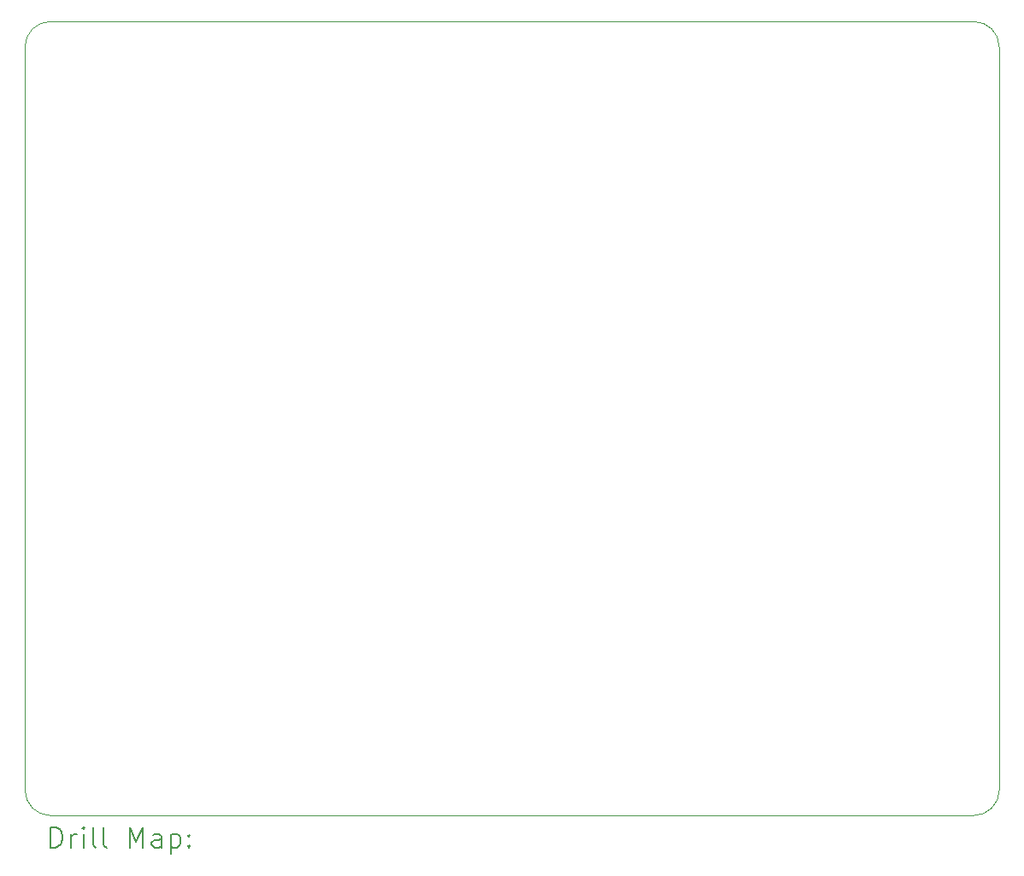
<source format=gbr>
%TF.GenerationSoftware,KiCad,Pcbnew,8.0.4*%
%TF.CreationDate,2024-11-25T17:42:07+09:00*%
%TF.ProjectId,F767ZI_MB_V1.0,46373637-5a49-45f4-9d42-5f56312e302e,rev?*%
%TF.SameCoordinates,Original*%
%TF.FileFunction,Drillmap*%
%TF.FilePolarity,Positive*%
%FSLAX45Y45*%
G04 Gerber Fmt 4.5, Leading zero omitted, Abs format (unit mm)*
G04 Created by KiCad (PCBNEW 8.0.4) date 2024-11-25 17:42:07*
%MOMM*%
%LPD*%
G01*
G04 APERTURE LIST*
%ADD10C,0.100000*%
%ADD11C,0.200000*%
G04 APERTURE END LIST*
D10*
X7620000Y-13970000D02*
G75*
G02*
X7366000Y-13716000I0J254000D01*
G01*
X7366000Y-13716000D02*
X7366000Y-6350000D01*
X16764000Y-6096000D02*
X7620000Y-6096000D01*
X16764000Y-6096000D02*
G75*
G02*
X17018000Y-6350000I0J-254000D01*
G01*
X7366000Y-6350000D02*
G75*
G02*
X7620000Y-6096000I254000J0D01*
G01*
X17018000Y-6350000D02*
X17018000Y-13716000D01*
X17018000Y-13716000D02*
G75*
G02*
X16764000Y-13970000I-254000J0D01*
G01*
X16764000Y-13970000D02*
X7620000Y-13970000D01*
D11*
X7621777Y-14286484D02*
X7621777Y-14086484D01*
X7621777Y-14086484D02*
X7669396Y-14086484D01*
X7669396Y-14086484D02*
X7697967Y-14096008D01*
X7697967Y-14096008D02*
X7717015Y-14115055D01*
X7717015Y-14115055D02*
X7726539Y-14134103D01*
X7726539Y-14134103D02*
X7736062Y-14172198D01*
X7736062Y-14172198D02*
X7736062Y-14200769D01*
X7736062Y-14200769D02*
X7726539Y-14238865D01*
X7726539Y-14238865D02*
X7717015Y-14257912D01*
X7717015Y-14257912D02*
X7697967Y-14276960D01*
X7697967Y-14276960D02*
X7669396Y-14286484D01*
X7669396Y-14286484D02*
X7621777Y-14286484D01*
X7821777Y-14286484D02*
X7821777Y-14153150D01*
X7821777Y-14191246D02*
X7831301Y-14172198D01*
X7831301Y-14172198D02*
X7840824Y-14162674D01*
X7840824Y-14162674D02*
X7859872Y-14153150D01*
X7859872Y-14153150D02*
X7878920Y-14153150D01*
X7945586Y-14286484D02*
X7945586Y-14153150D01*
X7945586Y-14086484D02*
X7936062Y-14096008D01*
X7936062Y-14096008D02*
X7945586Y-14105531D01*
X7945586Y-14105531D02*
X7955110Y-14096008D01*
X7955110Y-14096008D02*
X7945586Y-14086484D01*
X7945586Y-14086484D02*
X7945586Y-14105531D01*
X8069396Y-14286484D02*
X8050348Y-14276960D01*
X8050348Y-14276960D02*
X8040824Y-14257912D01*
X8040824Y-14257912D02*
X8040824Y-14086484D01*
X8174158Y-14286484D02*
X8155110Y-14276960D01*
X8155110Y-14276960D02*
X8145586Y-14257912D01*
X8145586Y-14257912D02*
X8145586Y-14086484D01*
X8402729Y-14286484D02*
X8402729Y-14086484D01*
X8402729Y-14086484D02*
X8469396Y-14229341D01*
X8469396Y-14229341D02*
X8536063Y-14086484D01*
X8536063Y-14086484D02*
X8536063Y-14286484D01*
X8717015Y-14286484D02*
X8717015Y-14181722D01*
X8717015Y-14181722D02*
X8707491Y-14162674D01*
X8707491Y-14162674D02*
X8688444Y-14153150D01*
X8688444Y-14153150D02*
X8650348Y-14153150D01*
X8650348Y-14153150D02*
X8631301Y-14162674D01*
X8717015Y-14276960D02*
X8697967Y-14286484D01*
X8697967Y-14286484D02*
X8650348Y-14286484D01*
X8650348Y-14286484D02*
X8631301Y-14276960D01*
X8631301Y-14276960D02*
X8621777Y-14257912D01*
X8621777Y-14257912D02*
X8621777Y-14238865D01*
X8621777Y-14238865D02*
X8631301Y-14219817D01*
X8631301Y-14219817D02*
X8650348Y-14210293D01*
X8650348Y-14210293D02*
X8697967Y-14210293D01*
X8697967Y-14210293D02*
X8717015Y-14200769D01*
X8812253Y-14153150D02*
X8812253Y-14353150D01*
X8812253Y-14162674D02*
X8831301Y-14153150D01*
X8831301Y-14153150D02*
X8869396Y-14153150D01*
X8869396Y-14153150D02*
X8888444Y-14162674D01*
X8888444Y-14162674D02*
X8897967Y-14172198D01*
X8897967Y-14172198D02*
X8907491Y-14191246D01*
X8907491Y-14191246D02*
X8907491Y-14248388D01*
X8907491Y-14248388D02*
X8897967Y-14267436D01*
X8897967Y-14267436D02*
X8888444Y-14276960D01*
X8888444Y-14276960D02*
X8869396Y-14286484D01*
X8869396Y-14286484D02*
X8831301Y-14286484D01*
X8831301Y-14286484D02*
X8812253Y-14276960D01*
X8993205Y-14267436D02*
X9002729Y-14276960D01*
X9002729Y-14276960D02*
X8993205Y-14286484D01*
X8993205Y-14286484D02*
X8983682Y-14276960D01*
X8983682Y-14276960D02*
X8993205Y-14267436D01*
X8993205Y-14267436D02*
X8993205Y-14286484D01*
X8993205Y-14162674D02*
X9002729Y-14172198D01*
X9002729Y-14172198D02*
X8993205Y-14181722D01*
X8993205Y-14181722D02*
X8983682Y-14172198D01*
X8983682Y-14172198D02*
X8993205Y-14162674D01*
X8993205Y-14162674D02*
X8993205Y-14181722D01*
M02*

</source>
